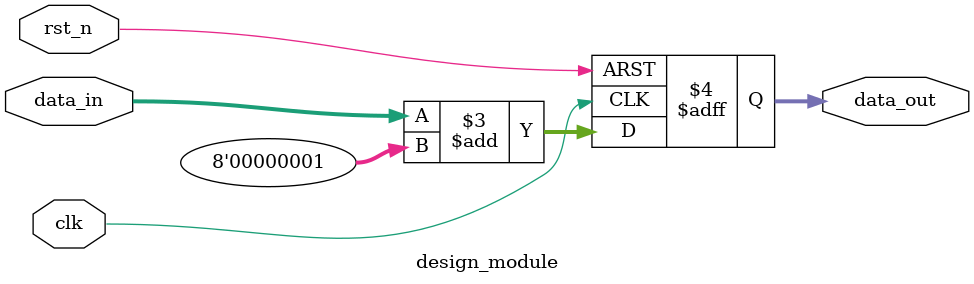
<source format=v>
module design_module(
    input clk,
    input rst_n,
    input [7:0] data_in,
    output reg [7:0] data_out
);

always @(posedge clk or negedge rst_n) begin
    if (!rst_n)
        data_out <= 8'b0;
    else
        data_out <= data_in + 8'd1;
end

endmodule
</source>
